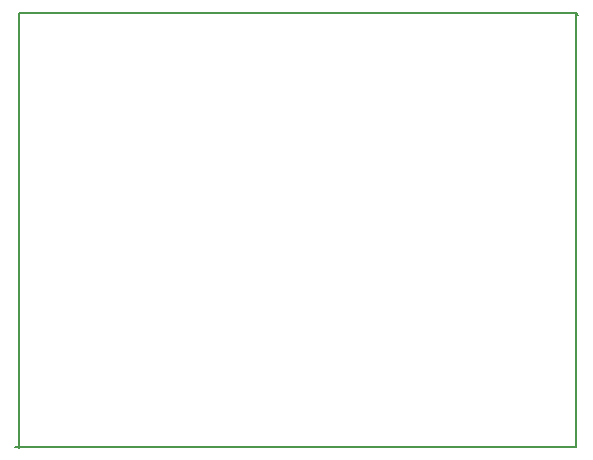
<source format=gbr>
G04 EAGLE Gerber X2 export*
%TF.Part,Single*%
%TF.FileFunction,Profile,NP*%
%TF.FilePolarity,Positive*%
%TF.GenerationSoftware,Autodesk,EAGLE,8.6.0*%
%TF.CreationDate,2018-10-27T03:19:52Z*%
G75*
%MOMM*%
%FSLAX34Y34*%
%LPD*%
%AMOC8*
5,1,8,0,0,1.08239X$1,22.5*%
G01*
%ADD10C,0.203200*%


D10*
X-1778Y0D02*
X472694Y0D01*
X472694Y368300D01*
X1016Y367284D02*
X1016Y-1016D01*
X1016Y367284D02*
X473456Y367284D01*
X473456Y365506D01*
X474472Y365506D01*
M02*

</source>
